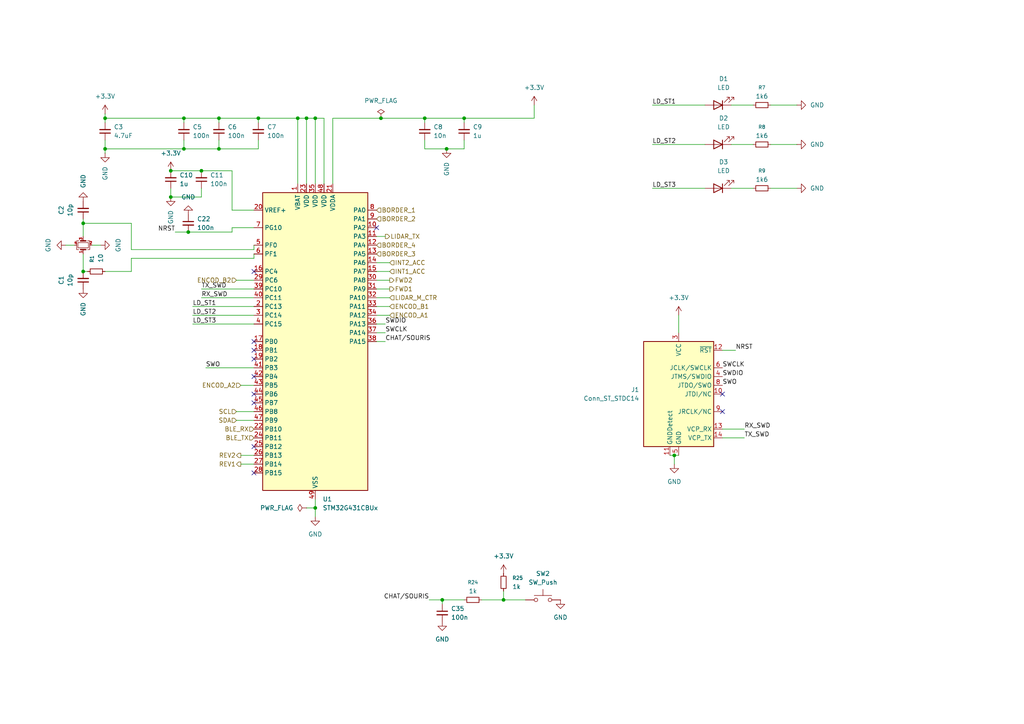
<source format=kicad_sch>
(kicad_sch (version 20250114) (generator "eeschema") (generator_version "9.0")
  (paper "A4")
  (lib_symbols
    (symbol "Connector:Conn_ST_STDC14"
      (property "Reference" "J" (at -8.89 16.51 0))
      (property "Value" "Conn_ST_STDC14" (at 17.78 16.51 0))
      (symbol "Conn_ST_STDC14_0_1"
        (rectangle (start -10.16 15.24) (end 10.16 -15.24) (stroke (width 0.254)) (fill (type background)))
      )
      (symbol "Conn_ST_STDC14_1_1"
        (pin no_connect line (at -10.16 5.08 0) (length 2.54) (hide yes) (name "NC") (number "1"))
        (pin no_connect line (at -10.16 2.54 0) (length 2.54) (hide yes) (name "NC") (number "2"))
        (pin passive line (at -2.54 -17.78 90) (length 2.54) (name "GNDDetect") (number "11"))
        (pin power_in line (at 0 17.78 270) (length 2.54) (name "VCC") (number "3"))
        (pin power_in line (at 0 -17.78 90) (length 2.54) (name "GND") (number "5"))
        (pin passive line (at 0 -17.78 90) (length 2.54) (hide yes) (name "GND") (number "7"))
        (pin open_collector line (at 12.7 12.7 180) (length 2.54) (name "~{RST}") (number "12"))
        (pin output line (at 12.7 7.62 180) (length 2.54) (name "JCLK/SWCLK") (number "6"))
        (pin bidirectional line (at 12.7 5.08 180) (length 2.54) (name "JTMS/SWDIO") (number "4"))
        (pin input line (at 12.7 2.54 180) (length 2.54) (name "JTDO/SWO") (number "8"))
        (pin output line (at 12.7 0 180) (length 2.54) (name "JTDI/NC") (number "10"))
        (pin input line (at 12.7 -5.08 180) (length 2.54) (name "JRCLK/NC") (number "9"))
        (pin output line (at 12.7 -10.16 180) (length 2.54) (name "VCP_RX") (number "13"))
        (pin input line (at 12.7 -12.7 180) (length 2.54) (name "VCP_TX") (number "14"))
      )
    )
    (symbol "Device:C_Small" (pin_numbers (hide yes)) (pin_names (offset 0.254) (hide yes))
      (property "Reference" "C" (at 0.254 1.778 0))
      (property "Value" "C_Small" (at 0.254 -2.032 0))
      (symbol "C_Small_0_1"
        (polyline (pts (xy -1.524 0.508) (xy 1.524 0.508)) (stroke (width 0.3048)))
        (polyline (pts (xy -1.524 -0.508) (xy 1.524 -0.508)) (stroke (width 0.3302)))
      )
      (symbol "C_Small_1_1"
        (pin passive line (at 0 2.54 270) (length 2.032) (name "~") (number "1"))
        (pin passive line (at 0 -2.54 90) (length 2.032) (name "~") (number "2"))
      )
    )
    (symbol "Device:Crystal_GND24_Small" (pin_names (offset 1.016) (hide yes))
      (property "Reference" "Y" (at 1.27 4.445 0))
      (property "Value" "Crystal_GND24_Small" (at 1.27 2.54 0))
      (symbol "Crystal_GND24_Small_0_1"
        (polyline (pts (xy -1.27 1.27) (xy -1.27 1.905) (xy 1.27 1.905) (xy 1.27 1.27)))
        (polyline (pts (xy -1.27 -0.762) (xy -1.27 0.762)) (stroke (width 0.381)))
        (polyline (pts (xy -1.27 -1.27) (xy -1.27 -1.905) (xy 1.27 -1.905) (xy 1.27 -1.27)))
        (rectangle (start -0.762 -1.524) (end 0.762 1.524))
        (polyline (pts (xy 1.27 -0.762) (xy 1.27 0.762)) (stroke (width 0.381)))
      )
      (symbol "Crystal_GND24_Small_1_1"
        (pin passive line (at -2.54 0 0) (length 1.27) (name "1") (number "1"))
        (pin passive line (at 0 2.54 270) (length 0.635) (name "4") (number "4"))
        (pin passive line (at 0 -2.54 90) (length 0.635) (name "2") (number "2"))
        (pin passive line (at 2.54 0 180) (length 1.27) (name "3") (number "3"))
      )
    )
    (symbol "Device:LED" (pin_numbers (hide yes)) (pin_names (offset 1.016) (hide yes))
      (property "Reference" "D" (at 0 2.54 0))
      (property "Value" "LED" (at 0 -2.54 0))
      (symbol "LED_0_1"
        (polyline (pts (xy -3.048 -0.762) (xy -4.572 -2.286) (xy -3.81 -2.286) (xy -4.572 -2.286) (xy -4.572 -1.524)))
        (polyline (pts (xy -1.778 -0.762) (xy -3.302 -2.286) (xy -2.54 -2.286) (xy -3.302 -2.286) (xy -3.302 -1.524)))
        (polyline (pts (xy -1.27 0) (xy 1.27 0)))
        (polyline (pts (xy -1.27 -1.27) (xy -1.27 1.27)) (stroke (width 0.254)))
        (polyline (pts (xy 1.27 -1.27) (xy 1.27 1.27) (xy -1.27 0) (xy 1.27 -1.27)) (stroke (width 0.254)))
      )
      (symbol "LED_1_1"
        (pin passive line (at -3.81 0 0) (length 2.54) (name "K") (number "1"))
        (pin passive line (at 3.81 0 180) (length 2.54) (name "A") (number "2"))
      )
    )
    (symbol "Device:R_Small" (pin_numbers (hide yes)) (pin_names (offset 0.254) (hide yes))
      (property "Reference" "R" (at 0 0 90))
      (property "Value" "R_Small" (at 1.778 0 90))
      (symbol "R_Small_0_1"
        (rectangle (start -0.762 1.778) (end 0.762 -1.778) (stroke (width 0.2032)))
      )
      (symbol "R_Small_1_1"
        (pin passive line (at 0 2.54 270) (length 0.762) (name "~") (number "1"))
        (pin passive line (at 0 -2.54 90) (length 0.762) (name "~") (number "2"))
      )
    )
    (symbol "MCU_ST_STM32G4:STM32G431CBUx"
      (property "Reference" "U" (at -15.24 44.45 0))
      (property "Value" "STM32G431CBUx" (at 7.62 44.45 0))
      (symbol "STM32G431CBUx_0_1"
        (rectangle (start -15.24 -43.18) (end 15.24 43.18) (stroke (width 0.254)) (fill (type background)))
      )
      (symbol "STM32G431CBUx_1_1"
        (pin input line (at -17.78 38.1 0) (length 2.54) (name "VREF+") (number "20"))
        (pin bidirectional line (at -17.78 33.02 0) (length 2.54) (name "PG10") (number "7"))
        (pin bidirectional line (at -17.78 27.94 0) (length 2.54) (name "PF0") (number "5"))
        (pin bidirectional line (at -17.78 25.4 0) (length 2.54) (name "PF1") (number "6"))
        (pin bidirectional line (at -17.78 20.32 0) (length 2.54) (name "PC4") (number "16"))
        (pin bidirectional line (at -17.78 17.78 0) (length 2.54) (name "PC6") (number "29"))
        (pin bidirectional line (at -17.78 15.24 0) (length 2.54) (name "PC10") (number "39"))
        (pin bidirectional line (at -17.78 12.7 0) (length 2.54) (name "PC11") (number "40"))
        (pin bidirectional line (at -17.78 10.16 0) (length 2.54) (name "PC13") (number "2"))
        (pin bidirectional line (at -17.78 7.62 0) (length 2.54) (name "PC14") (number "3"))
        (pin bidirectional line (at -17.78 5.08 0) (length 2.54) (name "PC15") (number "4"))
        (pin bidirectional line (at -17.78 0 0) (length 2.54) (name "PB0") (number "17"))
        (pin bidirectional line (at -17.78 -2.54 0) (length 2.54) (name "PB1") (number "18"))
        (pin bidirectional line (at -17.78 -5.08 0) (length 2.54) (name "PB2") (number "19"))
        (pin bidirectional line (at -17.78 -7.62 0) (length 2.54) (name "PB3") (number "41"))
        (pin bidirectional line (at -17.78 -10.16 0) (length 2.54) (name "PB4") (number "42"))
        (pin bidirectional line (at -17.78 -12.7 0) (length 2.54) (name "PB5") (number "43"))
        (pin bidirectional line (at -17.78 -15.24 0) (length 2.54) (name "PB6") (number "44"))
        (pin bidirectional line (at -17.78 -17.78 0) (length 2.54) (name "PB7") (number "45"))
        (pin bidirectional line (at -17.78 -20.32 0) (length 2.54) (name "PB8") (number "46"))
        (pin bidirectional line (at -17.78 -22.86 0) (length 2.54) (name "PB9") (number "47"))
        (pin bidirectional line (at -17.78 -25.4 0) (length 2.54) (name "PB10") (number "22"))
        (pin bidirectional line (at -17.78 -27.94 0) (length 2.54) (name "PB11") (number "24"))
        (pin bidirectional line (at -17.78 -30.48 0) (length 2.54) (name "PB12") (number "25"))
        (pin bidirectional line (at -17.78 -33.02 0) (length 2.54) (name "PB13") (number "26"))
        (pin bidirectional line (at -17.78 -35.56 0) (length 2.54) (name "PB14") (number "27"))
        (pin bidirectional line (at -17.78 -38.1 0) (length 2.54) (name "PB15") (number "28"))
        (pin power_in line (at -5.08 45.72 270) (length 2.54) (name "VBAT") (number "1"))
        (pin power_in line (at -2.54 45.72 270) (length 2.54) (name "VDD") (number "23"))
        (pin power_in line (at 0 45.72 270) (length 2.54) (name "VDD") (number "35"))
        (pin power_in line (at 0 -45.72 90) (length 2.54) (name "VSS") (number "49"))
        (pin power_in line (at 2.54 45.72 270) (length 2.54) (name "VDD") (number "48"))
        (pin power_in line (at 5.08 45.72 270) (length 2.54) (name "VDDA") (number "21"))
        (pin bidirectional line (at 17.78 38.1 180) (length 2.54) (name "PA0") (number "8"))
        (pin bidirectional line (at 17.78 35.56 180) (length 2.54) (name "PA1") (number "9"))
        (pin bidirectional line (at 17.78 33.02 180) (length 2.54) (name "PA2") (number "10"))
        (pin bidirectional line (at 17.78 30.48 180) (length 2.54) (name "PA3") (number "11"))
        (pin bidirectional line (at 17.78 27.94 180) (length 2.54) (name "PA4") (number "12"))
        (pin bidirectional line (at 17.78 25.4 180) (length 2.54) (name "PA5") (number "13"))
        (pin bidirectional line (at 17.78 22.86 180) (length 2.54) (name "PA6") (number "14"))
        (pin bidirectional line (at 17.78 20.32 180) (length 2.54) (name "PA7") (number "15"))
        (pin bidirectional line (at 17.78 17.78 180) (length 2.54) (name "PA8") (number "30"))
        (pin bidirectional line (at 17.78 15.24 180) (length 2.54) (name "PA9") (number "31"))
        (pin bidirectional line (at 17.78 12.7 180) (length 2.54) (name "PA10") (number "32"))
        (pin bidirectional line (at 17.78 10.16 180) (length 2.54) (name "PA11") (number "33"))
        (pin bidirectional line (at 17.78 7.62 180) (length 2.54) (name "PA12") (number "34"))
        (pin bidirectional line (at 17.78 5.08 180) (length 2.54) (name "PA13") (number "36"))
        (pin bidirectional line (at 17.78 2.54 180) (length 2.54) (name "PA14") (number "37"))
        (pin bidirectional line (at 17.78 0 180) (length 2.54) (name "PA15") (number "38"))
      )
    )
    (symbol "Switch:SW_Push" (pin_numbers (hide yes)) (pin_names (offset 1.016) (hide yes))
      (property "Reference" "SW" (at 1.27 2.54 0))
      (property "Value" "SW_Push" (at 0 -1.524 0))
      (symbol "SW_Push_0_1"
        (circle (center -2.032 0) (radius 0.508))
        (polyline (pts (xy 0 1.27) (xy 0 3.048)))
        (circle (center 2.032 0) (radius 0.508))
        (polyline (pts (xy 2.54 1.27) (xy -2.54 1.27)))
        (pin passive line (at -5.08 0 0) (length 2.54) (name "1") (number "1"))
        (pin passive line (at 5.08 0 180) (length 2.54) (name "2") (number "2"))
      )
    )
    (symbol "power:+3.3V" (power) (pin_numbers (hide yes)) (pin_names (offset 0) (hide yes))
      (property "Value" "+3.3V" (at 0 3.556 0))
      (symbol "+3.3V_0_1"
        (polyline (pts (xy -0.762 1.27) (xy 0 2.54)))
        (polyline (pts (xy 0 2.54) (xy 0.762 1.27)))
        (polyline (pts (xy 0 0) (xy 0 2.54)))
      )
      (symbol "+3.3V_1_1"
        (pin power_in line (at 0 0 90) (length 0) (name "~") (number "1"))
      )
    )
    (symbol "power:GND" (power) (pin_numbers (hide yes)) (pin_names (offset 0) (hide yes))
      (property "Value" "GND" (at 0 -3.81 0))
      (symbol "GND_0_1"
        (polyline (pts (xy 0 0) (xy 0 -1.27) (xy 1.27 -1.27) (xy 0 -2.54) (xy -1.27 -1.27) (xy 0 -1.27)))
      )
      (symbol "GND_1_1"
        (pin power_in line (at 0 0 270) (length 0) (name "~") (number "1"))
      )
    )
    (symbol "power:PWR_FLAG" (power) (pin_numbers (hide yes)) (pin_names (offset 0) (hide yes))
      (property "Value" "PWR_FLAG" (at 0 3.81 0))
      (symbol "PWR_FLAG_0_0"
        (pin power_out line (at 0 0 90) (length 0) (name "~") (number "1"))
      )
      (symbol "PWR_FLAG_0_1"
        (polyline (pts (xy 0 0) (xy 0 1.27) (xy -1.016 1.905) (xy 0 2.54) (xy 1.016 1.905) (xy 0 1.27)))
      )
    )
  )
  (junction (at 91.44 34.29))
  (junction (at 30.48 34.29))
  (junction (at 74.93 34.29))
  (junction (at 128.27 173.99))
  (junction (at 146.05 173.99))
  (junction (at 30.48 43.18))
  (junction (at 54.61 67.31))
  (junction (at 24.13 64.77))
  (junction (at 129.54 43.18))
  (junction (at 49.53 49.53))
  (junction (at 53.34 34.29))
  (junction (at 91.44 147.32))
  (junction (at 49.53 57.15))
  (junction (at 123.19 34.29))
  (junction (at 195.58 132.08))
  (junction (at 63.5 43.18))
  (junction (at 88.9 34.29))
  (junction (at 24.13 78.74))
  (junction (at 53.34 43.18))
  (junction (at 134.62 34.29))
  (junction (at 86.36 34.29))
  (junction (at 63.5 34.29))
  (junction (at 58.42 49.53))
  (junction (at 110.49 34.29))
  (no_connect (at 209.55 114.3))
  (no_connect (at 73.66 101.6))
  (no_connect (at 109.22 66.04))
  (no_connect (at 73.66 116.84))
  (no_connect (at 73.66 137.16))
  (no_connect (at 73.66 129.54))
  (no_connect (at 209.55 119.38))
  (no_connect (at 73.66 78.74))
  (no_connect (at 73.66 99.06))
  (no_connect (at 73.66 114.3))
  (no_connect (at 73.66 109.22))
  (no_connect (at 73.66 104.14))
  (wire (pts (xy 189.23 41.91) (xy 204.47 41.91)))
  (wire (pts (xy 58.42 83.82) (xy 73.66 83.82)))
  (wire (pts (xy 110.49 34.29) (xy 123.19 34.29)))
  (wire (pts (xy 124.46 173.99) (xy 128.27 173.99)))
  (wire (pts (xy 74.93 40.64) (xy 74.93 43.18)))
  (wire (pts (xy 152.4 173.99) (xy 146.05 173.99)))
  (wire (pts (xy 53.34 35.56) (xy 53.34 34.29)))
  (wire (pts (xy 58.42 86.36) (xy 73.66 86.36)))
  (wire (pts (xy 30.48 33.02) (xy 30.48 34.29)))
  (wire (pts (xy 146.05 173.99) (xy 146.05 171.45)))
  (wire (pts (xy 74.93 35.56) (xy 74.93 34.29)))
  (wire (pts (xy 68.58 121.92) (xy 73.66 121.92)))
  (wire (pts (xy 123.19 34.29) (xy 134.62 34.29)))
  (wire (pts (xy 212.09 41.91) (xy 218.44 41.91)))
  (wire (pts (xy 21.59 71.12) (xy 19.05 71.12)))
  (wire (pts (xy 123.19 40.64) (xy 123.19 43.18)))
  (wire (pts (xy 74.93 34.29) (xy 86.36 34.29)))
  (wire (pts (xy 69.85 132.08) (xy 73.66 132.08)))
  (wire (pts (xy 189.23 54.61) (xy 204.47 54.61)))
  (wire (pts (xy 154.94 30.48) (xy 154.94 34.29)))
  (wire (pts (xy 209.55 101.6) (xy 213.36 101.6)))
  (wire (pts (xy 223.52 30.48) (xy 231.14 30.48)))
  (wire (pts (xy 134.62 34.29) (xy 154.94 34.29)))
  (wire (pts (xy 223.52 54.61) (xy 231.14 54.61)))
  (wire (pts (xy 195.58 132.08) (xy 195.58 134.62)))
  (wire (pts (xy 109.22 76.2) (xy 113.03 76.2)))
  (wire (pts (xy 30.48 43.18) (xy 53.34 43.18)))
  (wire (pts (xy 53.34 34.29) (xy 63.5 34.29)))
  (wire (pts (xy 26.67 71.12) (xy 29.21 71.12)))
  (wire (pts (xy 123.19 43.18) (xy 129.54 43.18)))
  (wire (pts (xy 53.34 40.64) (xy 53.34 43.18)))
  (wire (pts (xy 55.88 88.9) (xy 73.66 88.9)))
  (wire (pts (xy 24.13 63.5) (xy 24.13 64.77)))
  (wire (pts (xy 109.22 83.82) (xy 113.03 83.82)))
  (wire (pts (xy 109.22 86.36) (xy 113.03 86.36)))
  (wire (pts (xy 30.48 78.74) (xy 38.1 78.74)))
  (wire (pts (xy 49.53 49.53) (xy 58.42 49.53)))
  (wire (pts (xy 96.52 34.29) (xy 110.49 34.29)))
  (wire (pts (xy 69.85 111.76) (xy 73.66 111.76)))
  (wire (pts (xy 96.52 53.34) (xy 96.52 34.29)))
  (wire (pts (xy 195.58 132.08) (xy 196.85 132.08)))
  (wire (pts (xy 67.31 66.04) (xy 67.31 67.31)))
  (wire (pts (xy 109.22 88.9) (xy 113.03 88.9)))
  (wire (pts (xy 109.22 96.52) (xy 111.76 96.52)))
  (wire (pts (xy 123.19 34.29) (xy 123.19 35.56)))
  (wire (pts (xy 134.62 35.56) (xy 134.62 34.29)))
  (wire (pts (xy 38.1 74.93) (xy 73.66 74.93)))
  (wire (pts (xy 88.9 34.29) (xy 88.9 53.34)))
  (wire (pts (xy 55.88 93.98) (xy 73.66 93.98)))
  (wire (pts (xy 67.31 60.96) (xy 73.66 60.96)))
  (wire (pts (xy 58.42 54.61) (xy 58.42 57.15)))
  (wire (pts (xy 134.62 43.18) (xy 129.54 43.18)))
  (wire (pts (xy 134.62 40.64) (xy 134.62 43.18)))
  (wire (pts (xy 24.13 78.74) (xy 25.4 78.74)))
  (wire (pts (xy 109.22 93.98) (xy 111.76 93.98)))
  (wire (pts (xy 139.7 173.99) (xy 146.05 173.99)))
  (wire (pts (xy 109.22 99.06) (xy 111.76 99.06)))
  (wire (pts (xy 63.5 40.64) (xy 63.5 43.18)))
  (wire (pts (xy 30.48 34.29) (xy 30.48 35.56)))
  (wire (pts (xy 189.23 30.48) (xy 204.47 30.48)))
  (wire (pts (xy 91.44 147.32) (xy 91.44 149.86)))
  (wire (pts (xy 30.48 40.64) (xy 30.48 43.18)))
  (wire (pts (xy 67.31 67.31) (xy 54.61 67.31)))
  (wire (pts (xy 67.31 60.96) (xy 67.31 49.53)))
  (wire (pts (xy 73.66 72.39) (xy 73.66 71.12)))
  (wire (pts (xy 38.1 72.39) (xy 38.1 64.77)))
  (wire (pts (xy 50.8 67.31) (xy 54.61 67.31)))
  (wire (pts (xy 30.48 43.18) (xy 30.48 44.45)))
  (wire (pts (xy 109.22 81.28) (xy 113.03 81.28)))
  (wire (pts (xy 63.5 34.29) (xy 74.93 34.29)))
  (wire (pts (xy 212.09 54.61) (xy 218.44 54.61)))
  (wire (pts (xy 38.1 72.39) (xy 73.66 72.39)))
  (wire (pts (xy 55.88 91.44) (xy 73.66 91.44)))
  (wire (pts (xy 212.09 30.48) (xy 218.44 30.48)))
  (wire (pts (xy 128.27 173.99) (xy 134.62 173.99)))
  (wire (pts (xy 128.27 175.26) (xy 128.27 173.99)))
  (wire (pts (xy 38.1 64.77) (xy 24.13 64.77)))
  (wire (pts (xy 68.58 81.28) (xy 73.66 81.28)))
  (wire (pts (xy 59.69 106.68) (xy 73.66 106.68)))
  (wire (pts (xy 109.22 68.58) (xy 111.76 68.58)))
  (wire (pts (xy 91.44 144.78) (xy 91.44 147.32)))
  (wire (pts (xy 93.98 34.29) (xy 91.44 34.29)))
  (wire (pts (xy 30.48 34.29) (xy 53.34 34.29)))
  (wire (pts (xy 63.5 35.56) (xy 63.5 34.29)))
  (wire (pts (xy 24.13 78.74) (xy 24.13 73.66)))
  (wire (pts (xy 91.44 34.29) (xy 91.44 53.34)))
  (wire (pts (xy 68.58 119.38) (xy 73.66 119.38)))
  (wire (pts (xy 86.36 34.29) (xy 86.36 53.34)))
  (wire (pts (xy 24.13 64.77) (xy 24.13 68.58)))
  (wire (pts (xy 67.31 49.53) (xy 58.42 49.53)))
  (wire (pts (xy 74.93 43.18) (xy 63.5 43.18)))
  (wire (pts (xy 53.34 43.18) (xy 63.5 43.18)))
  (wire (pts (xy 109.22 91.44) (xy 113.03 91.44)))
  (wire (pts (xy 88.9 147.32) (xy 91.44 147.32)))
  (wire (pts (xy 91.44 34.29) (xy 88.9 34.29)))
  (wire (pts (xy 49.53 54.61) (xy 49.53 57.15)))
  (wire (pts (xy 209.55 127) (xy 215.9 127)))
  (wire (pts (xy 93.98 53.34) (xy 93.98 34.29)))
  (wire (pts (xy 86.36 34.29) (xy 88.9 34.29)))
  (wire (pts (xy 223.52 41.91) (xy 231.14 41.91)))
  (wire (pts (xy 209.55 124.46) (xy 215.9 124.46)))
  (wire (pts (xy 109.22 78.74) (xy 113.03 78.74)))
  (wire (pts (xy 196.85 91.44) (xy 196.85 96.52)))
  (wire (pts (xy 73.66 74.93) (xy 73.66 73.66)))
  (wire (pts (xy 73.66 66.04) (xy 67.31 66.04)))
  (wire (pts (xy 194.31 132.08) (xy 195.58 132.08)))
  (wire (pts (xy 58.42 57.15) (xy 49.53 57.15)))
  (wire (pts (xy 69.85 134.62) (xy 73.66 134.62)))
  (wire (pts (xy 38.1 78.74) (xy 38.1 74.93)))
  (label "LD_ST3" (at 189.23 54.61 0))
  (label "TX_SWD" (at 58.42 83.82 0))
  (label "LD_ST1" (at 189.23 30.48 0))
  (label "RX_SWD" (at 58.42 86.36 0))
  (label "LD_ST3" (at 55.88 93.98 0))
  (label "SWDIO" (at 111.76 93.98 0))
  (label "LD_ST1" (at 55.88 88.9 0))
  (label "RX_SWD" (at 215.9 124.46 0))
  (label "NRST" (at 213.36 101.6 0))
  (label "NRST" (at 50.8 67.31 180))
  (label "SWCLK" (at 209.55 106.68 0))
  (label "LD_ST2" (at 55.88 91.44 0))
  (label "TX_SWD" (at 215.9 127 0))
  (label "SWO" (at 59.69 106.68 0))
  (label "SWO" (at 209.55 111.76 0))
  (label "CHAT{slash}SOURIS" (at 124.46 173.99 180))
  (label "SWDIO" (at 209.55 109.22 0))
  (label "CHAT{slash}SOURIS" (at 111.76 99.06 0))
  (label "SWCLK" (at 111.76 96.52 0))
  (label "LD_ST2" (at 189.23 41.91 0))
  (hierarchical_label "ENCOD_A2" (shape input) (at 69.85 111.76 180))
  (hierarchical_label "ENCOD_B1" (shape input) (at 113.03 88.9 0))
  (hierarchical_label "FWD1" (shape output) (at 113.03 83.82 0))
  (hierarchical_label "BORDER_1" (shape input) (at 109.22 60.96 0))
  (hierarchical_label "BORDER_3" (shape input) (at 109.22 73.66 0))
  (hierarchical_label "ENCOD_A1" (shape input) (at 113.03 91.44 0))
  (hierarchical_label "LIDAR_TX" (shape output) (at 111.76 68.58 0))
  (hierarchical_label "BLE_RX" (shape input) (at 73.66 124.46 180))
  (hierarchical_label "SCL" (shape input) (at 68.58 119.38 180))
  (hierarchical_label "BORDER_4" (shape input) (at 109.22 71.12 0))
  (hierarchical_label "FWD2" (shape output) (at 113.03 81.28 0))
  (hierarchical_label "BLE_TX" (shape input) (at 73.66 127 180))
  (hierarchical_label "LIDAR_M_CTR" (shape input) (at 113.03 86.36 0))
  (hierarchical_label "SDA" (shape input) (at 68.58 121.92 180))
  (hierarchical_label "REV1" (shape output) (at 69.85 134.62 180))
  (hierarchical_label "REV2" (shape output) (at 69.85 132.08 180))
  (hierarchical_label "INT2_ACC" (shape input) (at 113.03 76.2 0))
  (hierarchical_label "BORDER_2" (shape input) (at 109.22 63.5 0))
  (hierarchical_label "ENCOD_B2" (shape input) (at 68.58 81.28 180))
  (hierarchical_label "INT1_ACC" (shape input) (at 113.03 78.74 0))
  (symbol (lib_id "power:GND") (at 195.58 134.62 0) (unit 1)
    (property "Reference" "#PWR013" (effects (hide yes)))
    (property "Value" "GND" (at 195.58 139.7 0))
    (property "Description" "Power symbol creates a global label with name \"GND\" , ground" (effects (hide yes)))
  )
  (symbol (lib_id "Device:C_Small") (at 128.27 177.8 0) (unit 1)
    (property "Reference" "C35" (at 130.81 176.5362 0) (effects (justify left)))
    (property "Value" "100n" (at 130.81 179.0762 0) (effects (justify left)))
    (property "Footprint" "Capacitor_SMD:C_0402_1005Metric" (effects (hide yes)))
    (property "Description" "Unpolarized capacitor, small symbol" (effects (hide yes)))
  )
  (symbol (lib_id "power:GND") (at 162.56 173.99 0) (unit 1)
    (property "Reference" "#PWR033" (effects (hide yes)))
    (property "Value" "GND" (at 162.56 179.07 0))
    (property "Description" "Power symbol creates a global label with name \"GND\" , ground" (effects (hide yes)))
  )
  (symbol (lib_id "Device:C_Small") (at 123.19 38.1 180) (unit 1)
    (property "Reference" "C8" (at 125.73 36.8235 0) (effects (justify right)))
    (property "Value" "10n" (at 125.73 39.3635 0) (effects (justify right)))
    (property "Footprint" "Capacitor_SMD:C_0402_1005Metric" (effects (hide yes)))
    (property "Description" "Unpolarized capacitor, small symbol" (effects (hide yes)))
  )
  (symbol (lib_id "power:PWR_FLAG") (at 110.49 34.29 0) (unit 1)
    (property "Reference" "#FLG02" (effects (hide yes)))
    (property "Value" "PWR_FLAG" (at 110.49 29.21 0))
    (property "Description" "Special symbol for telling ERC where power comes from" (effects (hide yes)))
  )
  (symbol (lib_id "Device:R_Small") (at 27.94 78.74 90) (unit 1)
    (property "Reference" "R1" (at 26.6699 76.2 0) (effects (font (size 1.016 1.016)) (justify left)))
    (property "Value" "10" (at 29.2099 76.2 0) (effects (justify left)))
    (property "Footprint" "Resistor_SMD:R_0402_1005Metric" (effects (hide yes)))
    (property "Description" "Resistor, small symbol" (effects (hide yes)))
  )
  (symbol (lib_id "power:GND") (at 30.48 44.45 0) (unit 1)
    (property "Reference" "#PWR09" (effects (hide yes)))
    (property "Value" "GND" (at 30.4799 48.26 90) (effects (justify right)))
    (property "Description" "Power symbol creates a global label with name \"GND\" , ground" (effects (hide yes)))
  )
  (symbol (lib_id "Device:R_Small") (at 220.98 54.61 90) (unit 1)
    (property "Reference" "R9" (at 220.98 49.53 90) (effects (font (size 1.016 1.016))))
    (property "Value" "1k6" (at 220.98 52.07 90))
    (property "Footprint" "Resistor_SMD:R_0402_1005Metric" (effects (hide yes)))
    (property "Description" "Resistor, small symbol" (effects (hide yes)))
  )
  (symbol (lib_id "power:GND") (at 231.14 30.48 90) (unit 1)
    (property "Reference" "#PWR036" (effects (hide yes)))
    (property "Value" "GND" (at 234.95 30.4799 90) (effects (justify right)))
    (property "Description" "Power symbol creates a global label with name \"GND\" , ground" (effects (hide yes)))
  )
  (symbol (lib_id "power:GND") (at 129.54 43.18 0) (unit 1)
    (property "Reference" "#PWR08" (effects (hide yes)))
    (property "Value" "GND" (at 129.5399 46.99 90) (effects (justify right)))
    (property "Description" "Power symbol creates a global label with name \"GND\" , ground" (effects (hide yes)))
  )
  (symbol (lib_id "Device:C_Small") (at 58.42 52.07 180) (unit 1)
    (property "Reference" "C11" (at 60.96 50.7935 0) (effects (justify right)))
    (property "Value" "100n" (at 60.96 53.3335 0) (effects (justify right)))
    (property "Footprint" "Capacitor_SMD:C_0402_1005Metric" (effects (hide yes)))
    (property "Description" "Unpolarized capacitor, small symbol" (effects (hide yes)))
  )
  (symbol (lib_id "Device:C_Small") (at 63.5 38.1 180) (unit 1)
    (property "Reference" "C6" (at 66.04 36.8235 0) (effects (justify right)))
    (property "Value" "100n" (at 66.04 39.3635 0) (effects (justify right)))
    (property "Footprint" "Capacitor_SMD:C_0402_1005Metric" (effects (hide yes)))
    (property "Description" "Unpolarized capacitor, small symbol" (effects (hide yes)))
  )
  (symbol (lib_id "Device:LED") (at 208.28 30.48 180) (unit 1)
    (property "Reference" "D1" (at 209.8675 22.86 0))
    (property "Value" "LED" (at 209.8675 25.4 0))
    (property "Footprint" "LED_SMD:LED_0603_1608Metric" (effects (hide yes)))
    (property "Description" "Light emitting diode" (effects (hide yes)))
    (property "Sim.Pins" "1=K 2=A" (effects (hide yes)))
    (property "MPN" "150060RS55040" (effects (hide yes)))
  )
  (symbol (lib_id "Device:C_Small") (at 53.34 38.1 180) (unit 1)
    (property "Reference" "C5" (at 55.88 36.8235 0) (effects (justify right)))
    (property "Value" "100n" (at 55.88 39.3635 0) (effects (justify right)))
    (property "Footprint" "Capacitor_SMD:C_0402_1005Metric" (effects (hide yes)))
    (property "Description" "Unpolarized capacitor, small symbol" (effects (hide yes)))
  )
  (symbol (lib_id "power:GND") (at 24.13 58.42 180) (unit 1)
    (property "Reference" "#PWR04" (effects (hide yes)))
    (property "Value" "GND" (at 24.1299 54.61 90) (effects (justify right)))
    (property "Description" "Power symbol creates a global label with name \"GND\" , ground" (effects (hide yes)))
  )
  (symbol (lib_id "Device:C_Small") (at 134.62 38.1 180) (unit 1)
    (property "Reference" "C9" (at 137.16 36.8235 0) (effects (justify right)))
    (property "Value" "1u" (at 137.16 39.3635 0) (effects (justify right)))
    (property "Footprint" "Capacitor_SMD:C_0402_1005Metric" (effects (hide yes)))
    (property "Description" "Unpolarized capacitor, small symbol" (effects (hide yes)))
  )
  (symbol (lib_id "Switch:SW_Push") (at 157.48 173.99 0) (unit 1)
    (property "Reference" "SW2" (at 157.48 166.37 0))
    (property "Value" "SW_Push" (at 157.48 168.91 0))
    (property "Footprint" "Button_Switch_THT:SW_PUSH_6mm_H9.5mm" (effects (hide yes)))
    (property "Description" "Push button switch, generic, two pins" (effects (hide yes)))
  )
  (symbol (lib_id "power:PWR_FLAG") (at 88.9 147.32 90) (unit 1)
    (property "Reference" "#FLG01" (effects (hide yes)))
    (property "Value" "PWR_FLAG" (at 85.09 147.3199 90) (effects (justify left)))
    (property "Description" "Special symbol for telling ERC where power comes from" (effects (hide yes)))
  )
  (symbol (lib_id "power:GND") (at 128.27 180.34 0) (unit 1)
    (property "Reference" "#PWR072" (effects (hide yes)))
    (property "Value" "GND" (at 128.27 185.42 0))
    (property "Description" "Power symbol creates a global label with name \"GND\" , ground" (effects (hide yes)))
  )
  (symbol (lib_id "Connector:Conn_ST_STDC14") (at 196.85 114.3 0) (unit 1)
    (property "Reference" "J1" (at 185.42 113.0299 0) (effects (justify right)))
    (property "Value" "Conn_ST_STDC14" (at 185.42 115.5699 0) (effects (justify right)))
    (property "Footprint" "Connector_PinHeader_1.27mm:PinHeader_2x07_P1.27mm_Vertical_SMD" (effects (hide yes)))
    (property "Datasheet" "https://www.st.com/content/ccc/resource/technical/document/user_manual/group1/99/49/91/b6/b2/3a/46/e5/DM00526767/files/DM00526767.pdf/jcr:content/translations/en.DM00526767.pdf" (effects (hide yes)))
    (property "Description" "ST Debug Connector, standard ARM Cortex-M SWD and JTAG interface plus UART" (effects (hide yes)))
    (property "MPN" "SAMTEC FTSH-107-01-L-DV-K-A." (effects (hide yes)))
  )
  (symbol (lib_id "Device:R_Small") (at 146.05 168.91 180) (unit 1)
    (property "Reference" "R25" (at 148.59 167.6399 0) (effects (font (size 1.016 1.016)) (justify right)))
    (property "Value" "1k" (at 148.59 170.1799 0) (effects (justify right)))
    (property "Footprint" "Resistor_SMD:R_0402_1005Metric" (effects (hide yes)))
    (property "Description" "Resistor, small symbol" (effects (hide yes)))
  )
  (symbol (lib_id "power:GND") (at 54.61 62.23 180) (unit 1)
    (property "Reference" "#PWR042" (effects (hide yes)))
    (property "Value" "GND" (at 54.61 57.15 0))
    (property "Description" "Power symbol creates a global label with name \"GND\" , ground" (effects (hide yes)))
  )
  (symbol (lib_id "Device:C_Small") (at 49.53 52.07 180) (unit 1)
    (property "Reference" "C10" (at 52.07 50.7935 0) (effects (justify right)))
    (property "Value" "1u" (at 52.07 53.3335 0) (effects (justify right)))
    (property "Footprint" "Capacitor_SMD:C_0402_1005Metric" (effects (hide yes)))
    (property "Description" "Unpolarized capacitor, small symbol" (effects (hide yes)))
  )
  (symbol (lib_id "power:GND") (at 91.44 149.86 0) (unit 1)
    (property "Reference" "#PWR01" (effects (hide yes)))
    (property "Value" "GND" (at 91.44 154.94 0))
    (property "Description" "Power symbol creates a global label with name \"GND\" , ground" (effects (hide yes)))
  )
  (symbol (lib_id "MCU_ST_STM32G4:STM32G431CBUx") (at 91.44 99.06 0) (unit 1)
    (property "Reference" "U1" (at 93.5833 144.78 0) (effects (justify left)))
    (property "Value" "STM32G431CBUx" (at 93.5833 147.32 0) (effects (justify left)))
    (property "Footprint" "Package_DFN_QFN:QFN-48-1EP_7x7mm_P0.5mm_EP5.6x5.6mm" (effects (hide yes)))
    (property "Datasheet" "https://www.st.com/resource/en/datasheet/stm32g431cb.pdf" (effects (hide yes)))
    (property "Description" "STMicroelectronics Arm Cortex-M4 MCU, 128KB flash, 32KB RAM, 170 MHz, 1.71-3.6V, 42 GPIO, UFQFPN48" (effects (hide yes)))
    (property "MPN" "STM32G4316B " (effects (hide yes)))
  )
  (symbol (lib_id "Device:C_Small") (at 24.13 81.28 180) (unit 1)
    (property "Reference" "C1" (at 17.78 81.2737 90))
    (property "Value" "10p" (at 20.32 81.2737 90))
    (property "Footprint" "Capacitor_SMD:C_0402_1005Metric" (effects (hide yes)))
    (property "Description" "Unpolarized capacitor, small symbol" (effects (hide yes)))
  )
  (symbol (lib_id "power:GND") (at 49.53 57.15 0) (unit 1)
    (property "Reference" "#PWR011" (effects (hide yes)))
    (property "Value" "GND" (at 49.5299 60.96 90) (effects (justify right)))
    (property "Description" "Power symbol creates a global label with name \"GND\" , ground" (effects (hide yes)))
  )
  (symbol (lib_id "Device:Crystal_GND24_Small") (at 24.13 71.12 90) (unit 1)
    (property "Reference" "Y1" (effects (hide yes)))
    (property "Value" "Crystal_GND24_Small" (effects (hide yes)))
    (property "Footprint" "Crystal:Crystal_SMD_EuroQuartz_MT-4Pin_3.2x2.5mm" (effects (hide yes)))
    (property "Description" "Four pin crystal, GND on pins 2 and 4, small symbol" (effects (hide yes)))
  )
  (symbol (lib_id "Device:LED") (at 208.28 41.91 180) (unit 1)
    (property "Reference" "D2" (at 209.8675 34.29 0))
    (property "Value" "LED" (at 209.8675 36.83 0))
    (property "Footprint" "LED_SMD:LED_0603_1608Metric" (effects (hide yes)))
    (property "Description" "Light emitting diode" (effects (hide yes)))
    (property "Sim.Pins" "1=K 2=A" (effects (hide yes)))
    (property "MPN" "150060RS55040" (effects (hide yes)))
  )
  (symbol (lib_id "power:GND") (at 231.14 54.61 90) (unit 1)
    (property "Reference" "#PWR038" (effects (hide yes)))
    (property "Value" "GND" (at 234.95 54.6099 90) (effects (justify right)))
    (property "Description" "Power symbol creates a global label with name \"GND\" , ground" (effects (hide yes)))
  )
  (symbol (lib_id "power:GND") (at 29.21 71.12 90) (unit 1)
    (property "Reference" "#PWR02" (effects (hide yes)))
    (property "Value" "GND" (at 34.29 71.12 0))
    (property "Description" "Power symbol creates a global label with name \"GND\" , ground" (effects (hide yes)))
  )
  (symbol (lib_id "power:+3.3V") (at 49.53 49.53 0) (unit 1)
    (property "Reference" "#PWR010" (effects (hide yes)))
    (property "Value" "+3.3V" (at 49.53 44.45 0))
    (property "Description" "Power symbol creates a global label with name \"+3.3V\"" (effects (hide yes)))
  )
  (symbol (lib_id "power:+3.3V") (at 146.05 166.37 0) (unit 1)
    (property "Reference" "#PWR071" (effects (hide yes)))
    (property "Value" "+3.3V" (at 146.05 161.29 0))
    (property "Description" "Power symbol creates a global label with name \"+3.3V\"" (effects (hide yes)))
  )
  (symbol (lib_id "Device:C_Small") (at 74.93 38.1 180) (unit 1)
    (property "Reference" "C7" (at 77.47 36.8235 0) (effects (justify right)))
    (property "Value" "100n" (at 77.47 39.3635 0) (effects (justify right)))
    (property "Footprint" "Capacitor_SMD:C_0402_1005Metric" (effects (hide yes)))
    (property "Description" "Unpolarized capacitor, small symbol" (effects (hide yes)))
  )
  (symbol (lib_id "Device:C_Small") (at 24.13 60.96 180) (unit 1)
    (property "Reference" "C2" (at 17.78 60.9537 90))
    (property "Value" "10p" (at 20.32 60.9537 90))
    (property "Footprint" "Capacitor_SMD:C_0402_1005Metric" (effects (hide yes)))
    (property "Description" "Unpolarized capacitor, small symbol" (effects (hide yes)))
  )
  (symbol (lib_id "power:+3.3V") (at 196.85 91.44 0) (unit 1)
    (property "Reference" "#PWR012" (effects (hide yes)))
    (property "Value" "+3.3V" (at 196.85 86.36 0))
    (property "Description" "Power symbol creates a global label with name \"+3.3V\"" (effects (hide yes)))
  )
  (symbol (lib_id "Device:R_Small") (at 220.98 30.48 90) (unit 1)
    (property "Reference" "R7" (at 220.98 25.4 90) (effects (font (size 1.016 1.016))))
    (property "Value" "1k6" (at 220.98 27.94 90))
    (property "Footprint" "Resistor_SMD:R_0402_1005Metric" (effects (hide yes)))
    (property "Description" "Resistor, small symbol" (effects (hide yes)))
  )
  (symbol (lib_id "power:GND") (at 19.05 71.12 270) (unit 1)
    (property "Reference" "#PWR03" (effects (hide yes)))
    (property "Value" "GND" (at 13.97 71.12 0))
    (property "Description" "Power symbol creates a global label with name \"GND\" , ground" (effects (hide yes)))
  )
  (symbol (lib_id "power:+3.3V") (at 30.48 33.02 0) (unit 1)
    (property "Reference" "#PWR06" (effects (hide yes)))
    (property "Value" "+3.3V" (at 30.48 27.94 0))
    (property "Description" "Power symbol creates a global label with name \"+3.3V\"" (effects (hide yes)))
  )
  (symbol (lib_id "power:+3.3V") (at 154.94 30.48 0) (unit 1)
    (property "Reference" "#PWR07" (effects (hide yes)))
    (property "Value" "+3.3V" (at 154.94 25.4 0))
    (property "Description" "Power symbol creates a global label with name \"+3.3V\"" (effects (hide yes)))
  )
  (symbol (lib_id "Device:LED") (at 208.28 54.61 180) (unit 1)
    (property "Reference" "D3" (at 209.8675 46.99 0))
    (property "Value" "LED" (at 209.8675 49.53 0))
    (property "Footprint" "LED_SMD:LED_0603_1608Metric" (effects (hide yes)))
    (property "Description" "Light emitting diode" (effects (hide yes)))
    (property "Sim.Pins" "1=K 2=A" (effects (hide yes)))
    (property "MPN" "150060RS55040" (effects (hide yes)))
  )
  (symbol (lib_id "Device:C_Small") (at 54.61 64.77 0) (unit 1)
    (property "Reference" "C22" (at 57.15 63.5062 0) (effects (justify left)))
    (property "Value" "100n" (at 57.15 66.0462 0) (effects (justify left)))
    (property "Footprint" "Capacitor_SMD:C_0402_1005Metric" (effects (hide yes)))
    (property "Description" "Unpolarized capacitor, small symbol" (effects (hide yes)))
  )
  (symbol (lib_id "Device:R_Small") (at 220.98 41.91 90) (unit 1)
    (property "Reference" "R8" (at 220.98 36.83 90) (effects (font (size 1.016 1.016))))
    (property "Value" "1k6" (at 220.98 39.37 90))
    (property "Footprint" "Resistor_SMD:R_0402_1005Metric" (effects (hide yes)))
    (property "Description" "Resistor, small symbol" (effects (hide yes)))
  )
  (symbol (lib_id "Device:R_Small") (at 137.16 173.99 90) (unit 1)
    (property "Reference" "R24" (at 137.16 168.91 90) (effects (font (size 1.016 1.016))))
    (property "Value" "1k" (at 137.16 171.45 90))
    (property "Footprint" "Resistor_SMD:R_0402_1005Metric" (effects (hide yes)))
    (property "Description" "Resistor, small symbol" (effects (hide yes)))
  )
  (symbol (lib_id "power:GND") (at 24.13 83.82 0) (unit 1)
    (property "Reference" "#PWR05" (effects (hide yes)))
    (property "Value" "GND" (at 24.1299 87.63 90) (effects (justify right)))
    (property "Description" "Power symbol creates a global label with name \"GND\" , ground" (effects (hide yes)))
  )
  (symbol (lib_id "power:GND") (at 231.14 41.91 90) (unit 1)
    (property "Reference" "#PWR037" (effects (hide yes)))
    (property "Value" "GND" (at 234.95 41.9099 90) (effects (justify right)))
    (property "Description" "Power symbol creates a global label with name \"GND\" , ground" (effects (hide yes)))
  )
  (symbol (lib_id "Device:C_Small") (at 30.48 38.1 180) (unit 1)
    (property "Reference" "C3" (at 33.02 36.8235 0) (effects (justify right)))
    (property "Value" "4.7uF" (at 33.02 39.3635 0) (effects (justify right)))
    (property "Footprint" "Capacitor_SMD:C_0603_1608Metric" (effects (hide yes)))
    (property "Description" "Unpolarized capacitor, small symbol" (effects (hide yes)))
  )
)
</source>
